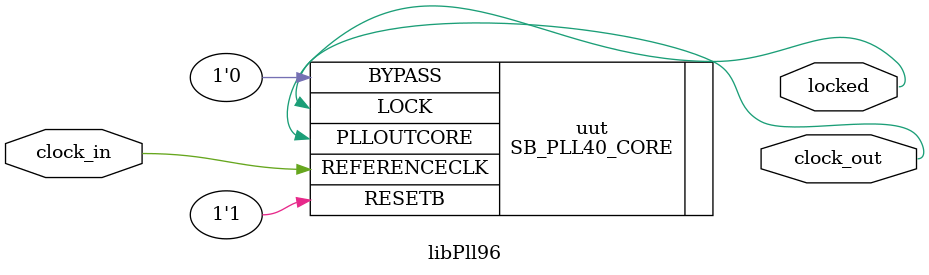
<source format=sv>
/**
 * PLL configuration
 *
 * This Verilog module was generated automatically
 * using the icepll tool from the IceStorm project.
 * Use at your own risk.
 *
 * Given input frequency:        12.000 MHz
 * Requested output frequency:   96.000 MHz
 * Achieved output frequency:    96.000 MHz
 */

module libPll96(
	input  clock_in,
	output clock_out,
	output locked
	);

SB_PLL40_CORE #(
		.FEEDBACK_PATH("SIMPLE"),
		.DIVR(4'b0000),		// DIVR =  0
		.DIVF(7'b0111111),	// DIVF = 63
		.DIVQ(3'b011),		// DIVQ =  3
		.FILTER_RANGE(3'b001)	// FILTER_RANGE = 1
	) uut (
		.LOCK(locked),
		.RESETB(1'b1),
		.BYPASS(1'b0),
		.REFERENCECLK(clock_in),
		.PLLOUTCORE(clock_out)
		);

endmodule

</source>
